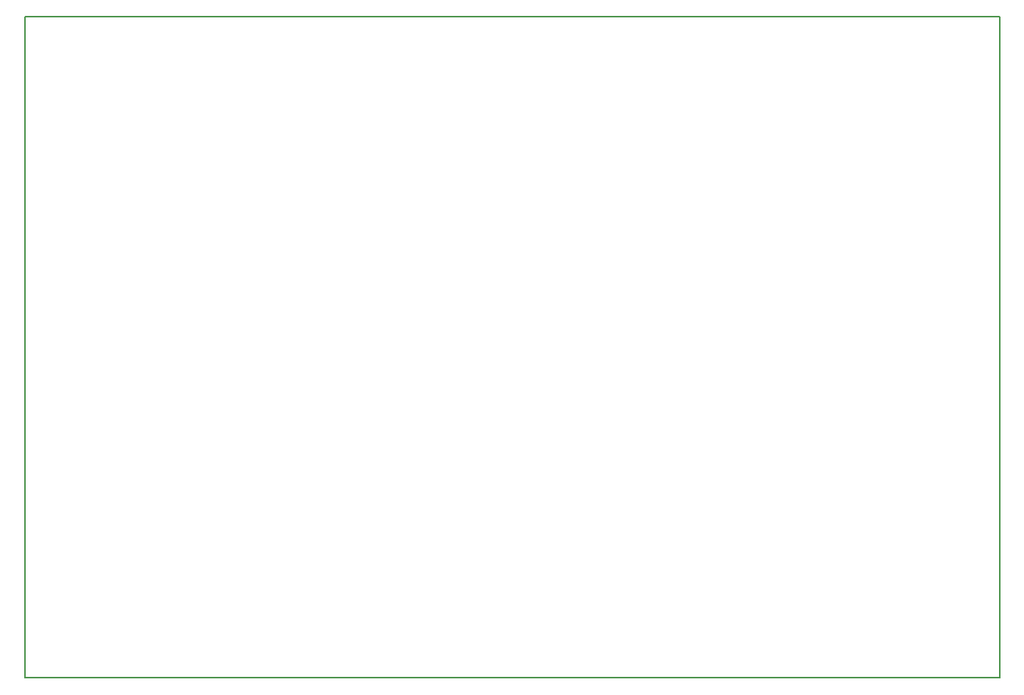
<source format=gbr>
G04 #@! TF.FileFunction,Profile,NP*
%FSLAX46Y46*%
G04 Gerber Fmt 4.6, Leading zero omitted, Abs format (unit mm)*
G04 Created by KiCad (PCBNEW 4.0.7) date Sat Feb 10 21:47:56 2018*
%MOMM*%
%LPD*%
G01*
G04 APERTURE LIST*
%ADD10C,0.100000*%
%ADD11C,0.150000*%
G04 APERTURE END LIST*
D10*
D11*
X134000000Y-140000000D02*
X134000000Y-66000000D01*
X25000000Y-66000000D02*
X25000000Y-140000000D01*
X25000000Y-66000000D02*
X134000000Y-66000000D01*
X133000000Y-140000000D02*
X134000000Y-140000000D01*
X25000000Y-140000000D02*
X133000000Y-140000000D01*
M02*

</source>
